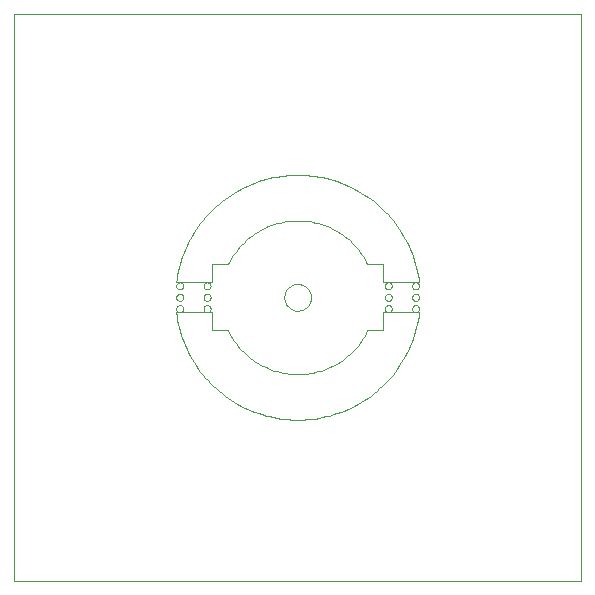
<source format=gko>
G75*
%MOIN*%
%OFA0B0*%
%FSLAX24Y24*%
%IPPOS*%
%LPD*%
%AMOC8*
5,1,8,0,0,1.08239X$1,22.5*
%
%ADD10C,0.0000*%
D10*
X002676Y003676D02*
X021574Y003676D01*
X021574Y022574D01*
X002676Y022574D01*
X002676Y003676D01*
X009275Y012025D02*
X009275Y012625D01*
X008075Y012625D01*
X008077Y012745D02*
X008079Y012766D01*
X008085Y012786D01*
X008094Y012806D01*
X008106Y012823D01*
X008121Y012837D01*
X008139Y012849D01*
X008159Y012857D01*
X008179Y012862D01*
X008200Y012863D01*
X008221Y012860D01*
X008241Y012854D01*
X008260Y012843D01*
X008277Y012830D01*
X008290Y012814D01*
X008301Y012796D01*
X008309Y012776D01*
X008313Y012756D01*
X008313Y012734D01*
X008309Y012714D01*
X008301Y012694D01*
X008290Y012676D01*
X008277Y012660D01*
X008260Y012647D01*
X008241Y012636D01*
X008221Y012630D01*
X008200Y012627D01*
X008179Y012628D01*
X008159Y012633D01*
X008139Y012641D01*
X008121Y012653D01*
X008106Y012667D01*
X008094Y012684D01*
X008085Y012704D01*
X008079Y012724D01*
X008077Y012745D01*
X008077Y013125D02*
X008079Y013146D01*
X008085Y013166D01*
X008094Y013186D01*
X008106Y013203D01*
X008121Y013217D01*
X008139Y013229D01*
X008159Y013237D01*
X008179Y013242D01*
X008200Y013243D01*
X008221Y013240D01*
X008241Y013234D01*
X008260Y013223D01*
X008277Y013210D01*
X008290Y013194D01*
X008301Y013176D01*
X008309Y013156D01*
X008313Y013136D01*
X008313Y013114D01*
X008309Y013094D01*
X008301Y013074D01*
X008290Y013056D01*
X008277Y013040D01*
X008260Y013027D01*
X008241Y013016D01*
X008221Y013010D01*
X008200Y013007D01*
X008179Y013008D01*
X008159Y013013D01*
X008139Y013021D01*
X008121Y013033D01*
X008106Y013047D01*
X008094Y013064D01*
X008085Y013084D01*
X008079Y013104D01*
X008077Y013125D01*
X008077Y013505D02*
X008079Y013526D01*
X008085Y013546D01*
X008094Y013566D01*
X008106Y013583D01*
X008121Y013597D01*
X008139Y013609D01*
X008159Y013617D01*
X008179Y013622D01*
X008200Y013623D01*
X008221Y013620D01*
X008241Y013614D01*
X008260Y013603D01*
X008277Y013590D01*
X008290Y013574D01*
X008301Y013556D01*
X008309Y013536D01*
X008313Y013516D01*
X008313Y013494D01*
X008309Y013474D01*
X008301Y013454D01*
X008290Y013436D01*
X008277Y013420D01*
X008260Y013407D01*
X008241Y013396D01*
X008221Y013390D01*
X008200Y013387D01*
X008179Y013388D01*
X008159Y013393D01*
X008139Y013401D01*
X008121Y013413D01*
X008106Y013427D01*
X008094Y013444D01*
X008085Y013464D01*
X008079Y013484D01*
X008077Y013505D01*
X008075Y013625D02*
X009275Y013625D01*
X009275Y014225D01*
X009802Y014227D01*
X008987Y013505D02*
X008989Y013526D01*
X008995Y013546D01*
X009004Y013566D01*
X009016Y013583D01*
X009031Y013597D01*
X009049Y013609D01*
X009069Y013617D01*
X009089Y013622D01*
X009110Y013623D01*
X009131Y013620D01*
X009151Y013614D01*
X009170Y013603D01*
X009187Y013590D01*
X009200Y013574D01*
X009211Y013556D01*
X009219Y013536D01*
X009223Y013516D01*
X009223Y013494D01*
X009219Y013474D01*
X009211Y013454D01*
X009200Y013436D01*
X009187Y013420D01*
X009170Y013407D01*
X009151Y013396D01*
X009131Y013390D01*
X009110Y013387D01*
X009089Y013388D01*
X009069Y013393D01*
X009049Y013401D01*
X009031Y013413D01*
X009016Y013427D01*
X009004Y013444D01*
X008995Y013464D01*
X008989Y013484D01*
X008987Y013505D01*
X008987Y013125D02*
X008989Y013146D01*
X008995Y013166D01*
X009004Y013186D01*
X009016Y013203D01*
X009031Y013217D01*
X009049Y013229D01*
X009069Y013237D01*
X009089Y013242D01*
X009110Y013243D01*
X009131Y013240D01*
X009151Y013234D01*
X009170Y013223D01*
X009187Y013210D01*
X009200Y013194D01*
X009211Y013176D01*
X009219Y013156D01*
X009223Y013136D01*
X009223Y013114D01*
X009219Y013094D01*
X009211Y013074D01*
X009200Y013056D01*
X009187Y013040D01*
X009170Y013027D01*
X009151Y013016D01*
X009131Y013010D01*
X009110Y013007D01*
X009089Y013008D01*
X009069Y013013D01*
X009049Y013021D01*
X009031Y013033D01*
X009016Y013047D01*
X009004Y013064D01*
X008995Y013084D01*
X008989Y013104D01*
X008987Y013125D01*
X008987Y012745D02*
X008989Y012766D01*
X008995Y012786D01*
X009004Y012806D01*
X009016Y012823D01*
X009031Y012837D01*
X009049Y012849D01*
X009069Y012857D01*
X009089Y012862D01*
X009110Y012863D01*
X009131Y012860D01*
X009151Y012854D01*
X009170Y012843D01*
X009187Y012830D01*
X009200Y012814D01*
X009211Y012796D01*
X009219Y012776D01*
X009223Y012756D01*
X009223Y012734D01*
X009219Y012714D01*
X009211Y012694D01*
X009200Y012676D01*
X009187Y012660D01*
X009170Y012647D01*
X009151Y012636D01*
X009131Y012630D01*
X009110Y012627D01*
X009089Y012628D01*
X009069Y012633D01*
X009049Y012641D01*
X009031Y012653D01*
X009016Y012667D01*
X009004Y012684D01*
X008995Y012704D01*
X008989Y012724D01*
X008987Y012745D01*
X009275Y012025D02*
X009802Y012023D01*
X009802Y014227D02*
X009847Y014316D01*
X009895Y014404D01*
X009947Y014489D01*
X010001Y014572D01*
X010060Y014653D01*
X010121Y014732D01*
X010185Y014808D01*
X010252Y014882D01*
X010322Y014953D01*
X010395Y015022D01*
X010470Y015087D01*
X010548Y015150D01*
X010628Y015209D01*
X010710Y015265D01*
X010795Y015318D01*
X010881Y015368D01*
X010970Y015414D01*
X011060Y015457D01*
X011151Y015496D01*
X011245Y015532D01*
X011339Y015564D01*
X011435Y015592D01*
X011531Y015617D01*
X011629Y015637D01*
X011727Y015654D01*
X011826Y015668D01*
X011925Y015677D01*
X012025Y015682D01*
X012125Y015684D01*
X014448Y014227D02*
X014975Y014225D01*
X014975Y013625D01*
X016175Y013625D01*
X015937Y013505D02*
X015939Y013526D01*
X015945Y013546D01*
X015954Y013566D01*
X015966Y013583D01*
X015981Y013597D01*
X015999Y013609D01*
X016019Y013617D01*
X016039Y013622D01*
X016060Y013623D01*
X016081Y013620D01*
X016101Y013614D01*
X016120Y013603D01*
X016137Y013590D01*
X016150Y013574D01*
X016161Y013556D01*
X016169Y013536D01*
X016173Y013516D01*
X016173Y013494D01*
X016169Y013474D01*
X016161Y013454D01*
X016150Y013436D01*
X016137Y013420D01*
X016120Y013407D01*
X016101Y013396D01*
X016081Y013390D01*
X016060Y013387D01*
X016039Y013388D01*
X016019Y013393D01*
X015999Y013401D01*
X015981Y013413D01*
X015966Y013427D01*
X015954Y013444D01*
X015945Y013464D01*
X015939Y013484D01*
X015937Y013505D01*
X015937Y013125D02*
X015939Y013146D01*
X015945Y013166D01*
X015954Y013186D01*
X015966Y013203D01*
X015981Y013217D01*
X015999Y013229D01*
X016019Y013237D01*
X016039Y013242D01*
X016060Y013243D01*
X016081Y013240D01*
X016101Y013234D01*
X016120Y013223D01*
X016137Y013210D01*
X016150Y013194D01*
X016161Y013176D01*
X016169Y013156D01*
X016173Y013136D01*
X016173Y013114D01*
X016169Y013094D01*
X016161Y013074D01*
X016150Y013056D01*
X016137Y013040D01*
X016120Y013027D01*
X016101Y013016D01*
X016081Y013010D01*
X016060Y013007D01*
X016039Y013008D01*
X016019Y013013D01*
X015999Y013021D01*
X015981Y013033D01*
X015966Y013047D01*
X015954Y013064D01*
X015945Y013084D01*
X015939Y013104D01*
X015937Y013125D01*
X015937Y012745D02*
X015939Y012766D01*
X015945Y012786D01*
X015954Y012806D01*
X015966Y012823D01*
X015981Y012837D01*
X015999Y012849D01*
X016019Y012857D01*
X016039Y012862D01*
X016060Y012863D01*
X016081Y012860D01*
X016101Y012854D01*
X016120Y012843D01*
X016137Y012830D01*
X016150Y012814D01*
X016161Y012796D01*
X016169Y012776D01*
X016173Y012756D01*
X016173Y012734D01*
X016169Y012714D01*
X016161Y012694D01*
X016150Y012676D01*
X016137Y012660D01*
X016120Y012647D01*
X016101Y012636D01*
X016081Y012630D01*
X016060Y012627D01*
X016039Y012628D01*
X016019Y012633D01*
X015999Y012641D01*
X015981Y012653D01*
X015966Y012667D01*
X015954Y012684D01*
X015945Y012704D01*
X015939Y012724D01*
X015937Y012745D01*
X016175Y012625D02*
X014975Y012625D01*
X014975Y012025D01*
X014448Y012023D01*
X015027Y012745D02*
X015029Y012766D01*
X015035Y012786D01*
X015044Y012806D01*
X015056Y012823D01*
X015071Y012837D01*
X015089Y012849D01*
X015109Y012857D01*
X015129Y012862D01*
X015150Y012863D01*
X015171Y012860D01*
X015191Y012854D01*
X015210Y012843D01*
X015227Y012830D01*
X015240Y012814D01*
X015251Y012796D01*
X015259Y012776D01*
X015263Y012756D01*
X015263Y012734D01*
X015259Y012714D01*
X015251Y012694D01*
X015240Y012676D01*
X015227Y012660D01*
X015210Y012647D01*
X015191Y012636D01*
X015171Y012630D01*
X015150Y012627D01*
X015129Y012628D01*
X015109Y012633D01*
X015089Y012641D01*
X015071Y012653D01*
X015056Y012667D01*
X015044Y012684D01*
X015035Y012704D01*
X015029Y012724D01*
X015027Y012745D01*
X015027Y013125D02*
X015029Y013146D01*
X015035Y013166D01*
X015044Y013186D01*
X015056Y013203D01*
X015071Y013217D01*
X015089Y013229D01*
X015109Y013237D01*
X015129Y013242D01*
X015150Y013243D01*
X015171Y013240D01*
X015191Y013234D01*
X015210Y013223D01*
X015227Y013210D01*
X015240Y013194D01*
X015251Y013176D01*
X015259Y013156D01*
X015263Y013136D01*
X015263Y013114D01*
X015259Y013094D01*
X015251Y013074D01*
X015240Y013056D01*
X015227Y013040D01*
X015210Y013027D01*
X015191Y013016D01*
X015171Y013010D01*
X015150Y013007D01*
X015129Y013008D01*
X015109Y013013D01*
X015089Y013021D01*
X015071Y013033D01*
X015056Y013047D01*
X015044Y013064D01*
X015035Y013084D01*
X015029Y013104D01*
X015027Y013125D01*
X015027Y013505D02*
X015029Y013526D01*
X015035Y013546D01*
X015044Y013566D01*
X015056Y013583D01*
X015071Y013597D01*
X015089Y013609D01*
X015109Y013617D01*
X015129Y013622D01*
X015150Y013623D01*
X015171Y013620D01*
X015191Y013614D01*
X015210Y013603D01*
X015227Y013590D01*
X015240Y013574D01*
X015251Y013556D01*
X015259Y013536D01*
X015263Y013516D01*
X015263Y013494D01*
X015259Y013474D01*
X015251Y013454D01*
X015240Y013436D01*
X015227Y013420D01*
X015210Y013407D01*
X015191Y013396D01*
X015171Y013390D01*
X015150Y013387D01*
X015129Y013388D01*
X015109Y013393D01*
X015089Y013401D01*
X015071Y013413D01*
X015056Y013427D01*
X015044Y013444D01*
X015035Y013464D01*
X015029Y013484D01*
X015027Y013505D01*
X014448Y012023D02*
X014403Y011934D01*
X014355Y011846D01*
X014303Y011761D01*
X014249Y011678D01*
X014190Y011597D01*
X014129Y011518D01*
X014065Y011442D01*
X013998Y011368D01*
X013928Y011297D01*
X013855Y011228D01*
X013780Y011163D01*
X013702Y011100D01*
X013622Y011041D01*
X013540Y010985D01*
X013455Y010932D01*
X013369Y010882D01*
X013280Y010836D01*
X013190Y010793D01*
X013099Y010754D01*
X013005Y010718D01*
X012911Y010686D01*
X012815Y010658D01*
X012719Y010633D01*
X012621Y010613D01*
X012523Y010596D01*
X012424Y010582D01*
X012325Y010573D01*
X012225Y010568D01*
X012125Y010566D01*
X014448Y014227D02*
X014403Y014316D01*
X014355Y014404D01*
X014303Y014489D01*
X014249Y014572D01*
X014190Y014653D01*
X014129Y014732D01*
X014065Y014808D01*
X013998Y014882D01*
X013928Y014953D01*
X013855Y015022D01*
X013780Y015087D01*
X013702Y015150D01*
X013622Y015209D01*
X013540Y015265D01*
X013455Y015318D01*
X013369Y015368D01*
X013280Y015414D01*
X013190Y015457D01*
X013099Y015496D01*
X013005Y015532D01*
X012911Y015564D01*
X012815Y015592D01*
X012719Y015617D01*
X012621Y015637D01*
X012523Y015654D01*
X012424Y015668D01*
X012325Y015677D01*
X012225Y015682D01*
X012125Y015684D01*
X009802Y012023D02*
X009847Y011934D01*
X009895Y011846D01*
X009947Y011761D01*
X010001Y011678D01*
X010060Y011597D01*
X010121Y011518D01*
X010185Y011442D01*
X010252Y011368D01*
X010322Y011297D01*
X010395Y011228D01*
X010470Y011163D01*
X010548Y011100D01*
X010628Y011041D01*
X010710Y010985D01*
X010795Y010932D01*
X010881Y010882D01*
X010970Y010836D01*
X011060Y010793D01*
X011151Y010754D01*
X011245Y010718D01*
X011339Y010686D01*
X011435Y010658D01*
X011531Y010633D01*
X011629Y010613D01*
X011727Y010596D01*
X011826Y010582D01*
X011925Y010573D01*
X012025Y010568D01*
X012125Y010566D01*
X016175Y013625D02*
X016158Y013751D01*
X016136Y013876D01*
X016111Y014001D01*
X016082Y014124D01*
X016049Y014247D01*
X016012Y014369D01*
X015971Y014489D01*
X015927Y014608D01*
X015879Y014726D01*
X015827Y014842D01*
X015772Y014956D01*
X015713Y015069D01*
X015651Y015180D01*
X015585Y015289D01*
X015516Y015395D01*
X015444Y015500D01*
X015368Y015602D01*
X015290Y015702D01*
X015208Y015799D01*
X015123Y015894D01*
X015036Y015986D01*
X014945Y016075D01*
X014852Y016161D01*
X014756Y016245D01*
X014658Y016325D01*
X014557Y016402D01*
X014454Y016476D01*
X014348Y016547D01*
X014240Y016615D01*
X014131Y016679D01*
X014019Y016740D01*
X013906Y016797D01*
X013790Y016851D01*
X013674Y016901D01*
X013555Y016947D01*
X013436Y016990D01*
X013315Y017029D01*
X013193Y017064D01*
X013069Y017095D01*
X012945Y017123D01*
X012821Y017146D01*
X012695Y017166D01*
X012569Y017182D01*
X012442Y017194D01*
X012316Y017202D01*
X012189Y017206D01*
X012061Y017206D01*
X011934Y017202D01*
X011808Y017194D01*
X011681Y017182D01*
X011555Y017166D01*
X011429Y017146D01*
X011305Y017123D01*
X011181Y017095D01*
X011057Y017064D01*
X010935Y017029D01*
X010814Y016990D01*
X010695Y016947D01*
X010576Y016901D01*
X010460Y016851D01*
X010344Y016797D01*
X010231Y016740D01*
X010119Y016679D01*
X010010Y016615D01*
X009902Y016547D01*
X009796Y016476D01*
X009693Y016402D01*
X009592Y016325D01*
X009494Y016245D01*
X009398Y016161D01*
X009305Y016075D01*
X009214Y015986D01*
X009127Y015894D01*
X009042Y015799D01*
X008960Y015702D01*
X008882Y015602D01*
X008806Y015500D01*
X008734Y015395D01*
X008665Y015289D01*
X008599Y015180D01*
X008537Y015069D01*
X008478Y014956D01*
X008423Y014842D01*
X008371Y014726D01*
X008323Y014608D01*
X008279Y014489D01*
X008238Y014369D01*
X008201Y014247D01*
X008168Y014124D01*
X008139Y014001D01*
X008114Y013876D01*
X008092Y013751D01*
X008075Y013625D01*
X008075Y012625D02*
X008092Y012499D01*
X008114Y012374D01*
X008139Y012249D01*
X008168Y012126D01*
X008201Y012003D01*
X008238Y011881D01*
X008279Y011761D01*
X008323Y011642D01*
X008371Y011524D01*
X008423Y011408D01*
X008478Y011294D01*
X008537Y011181D01*
X008599Y011070D01*
X008665Y010961D01*
X008734Y010855D01*
X008806Y010750D01*
X008882Y010648D01*
X008960Y010548D01*
X009042Y010451D01*
X009127Y010356D01*
X009214Y010264D01*
X009305Y010175D01*
X009398Y010089D01*
X009494Y010005D01*
X009592Y009925D01*
X009693Y009848D01*
X009796Y009774D01*
X009902Y009703D01*
X010010Y009635D01*
X010119Y009571D01*
X010231Y009510D01*
X010344Y009453D01*
X010460Y009399D01*
X010576Y009349D01*
X010695Y009303D01*
X010814Y009260D01*
X010935Y009221D01*
X011057Y009186D01*
X011181Y009155D01*
X011305Y009127D01*
X011429Y009104D01*
X011555Y009084D01*
X011681Y009068D01*
X011808Y009056D01*
X011934Y009048D01*
X012061Y009044D01*
X012189Y009044D01*
X012316Y009048D01*
X012442Y009056D01*
X012569Y009068D01*
X012695Y009084D01*
X012821Y009104D01*
X012945Y009127D01*
X013069Y009155D01*
X013193Y009186D01*
X013315Y009221D01*
X013436Y009260D01*
X013555Y009303D01*
X013674Y009349D01*
X013790Y009399D01*
X013906Y009453D01*
X014019Y009510D01*
X014131Y009571D01*
X014240Y009635D01*
X014348Y009703D01*
X014454Y009774D01*
X014557Y009848D01*
X014658Y009925D01*
X014756Y010005D01*
X014852Y010089D01*
X014945Y010175D01*
X015036Y010264D01*
X015123Y010356D01*
X015208Y010451D01*
X015290Y010548D01*
X015368Y010648D01*
X015444Y010750D01*
X015516Y010855D01*
X015585Y010961D01*
X015651Y011070D01*
X015713Y011181D01*
X015772Y011294D01*
X015827Y011408D01*
X015879Y011524D01*
X015927Y011642D01*
X015971Y011761D01*
X016012Y011881D01*
X016049Y012003D01*
X016082Y012126D01*
X016111Y012249D01*
X016136Y012374D01*
X016158Y012499D01*
X016175Y012625D01*
X011680Y013125D02*
X011682Y013167D01*
X011688Y013208D01*
X011697Y013249D01*
X011711Y013288D01*
X011728Y013326D01*
X011749Y013362D01*
X011772Y013397D01*
X011799Y013428D01*
X011829Y013458D01*
X011862Y013484D01*
X011897Y013507D01*
X011933Y013527D01*
X011972Y013543D01*
X012012Y013555D01*
X012052Y013564D01*
X012094Y013569D01*
X012135Y013570D01*
X012177Y013567D01*
X012218Y013560D01*
X012259Y013549D01*
X012298Y013535D01*
X012335Y013517D01*
X012371Y013496D01*
X012405Y013471D01*
X012436Y013443D01*
X012464Y013413D01*
X012490Y013380D01*
X012512Y013344D01*
X012531Y013307D01*
X012546Y013268D01*
X012558Y013228D01*
X012566Y013187D01*
X012570Y013146D01*
X012570Y013104D01*
X012566Y013063D01*
X012558Y013022D01*
X012546Y012982D01*
X012531Y012943D01*
X012512Y012906D01*
X012490Y012870D01*
X012464Y012837D01*
X012436Y012807D01*
X012405Y012779D01*
X012371Y012754D01*
X012335Y012733D01*
X012298Y012715D01*
X012259Y012701D01*
X012218Y012690D01*
X012177Y012683D01*
X012135Y012680D01*
X012094Y012681D01*
X012052Y012686D01*
X012012Y012695D01*
X011972Y012707D01*
X011933Y012723D01*
X011897Y012743D01*
X011862Y012766D01*
X011829Y012792D01*
X011799Y012822D01*
X011772Y012853D01*
X011749Y012888D01*
X011728Y012924D01*
X011711Y012962D01*
X011697Y013001D01*
X011688Y013042D01*
X011682Y013083D01*
X011680Y013125D01*
M02*

</source>
